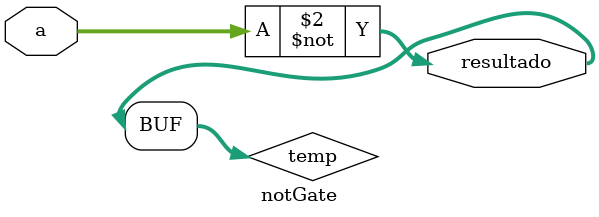
<source format=sv>
module notGate #(parameter N = 3)(input logic [N-1:0] a, output logic [N-1:0] resultado);

    logic [N-1:0] temp;

    always_comb begin
        temp <= ~a;
    end

    assign resultado = temp;

endmodule 
</source>
